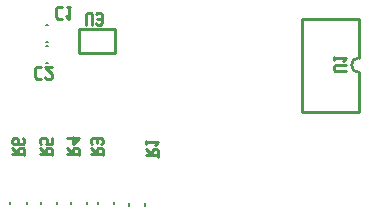
<source format=gbr>
G04 start of page 8 for group -4078 idx -4078 *
G04 Title: (unknown), bottomsilk *
G04 Creator: pcb 20091103 *
G04 CreationDate: Sun 20 Mar 2011 01:49:22 AM GMT UTC *
G04 For: gjhurlbu *
G04 Format: Gerber/RS-274X *
G04 PCB-Dimensions: 600000 500000 *
G04 PCB-Coordinate-Origin: lower left *
%MOIN*%
%FSLAX25Y25*%
%LNBACKSILK*%
%ADD11C,0.0100*%
%ADD30C,0.0080*%
G54D11*X62600Y374400D02*Y366400D01*
X74500D01*
Y374400D02*Y366400D01*
X62600Y374400D02*X74500D01*
G54D30*X51607Y375755D02*X52393D01*
X51607Y370245D02*X52393D01*
X51607Y368755D02*X52393D01*
X51607Y363245D02*X52393D01*
X84755Y316393D02*Y315607D01*
X79245Y316393D02*Y315607D01*
X39638Y316850D02*Y316064D01*
X45148Y316850D02*Y316064D01*
X59852Y316850D02*Y316064D01*
X65362Y316850D02*Y316064D01*
X49852Y316850D02*Y316064D01*
X55362Y316850D02*Y316064D01*
X68852D02*Y316850D01*
X74362Y316064D02*Y316850D01*
G54D11*X156000Y378000D02*Y365000D01*
Y360000D02*Y347000D01*
X137000Y378000D02*X156000D01*
X137000D02*Y347000D01*
X156000D01*
Y365000D02*G75*G03X156000Y360000I0J-2500D01*G01*
X65000Y376000D02*Y379500D01*
X65500Y380000D01*
X66500D01*
X67000Y379500D01*
Y376000D02*Y379500D01*
X68201Y376500D02*X68701Y376000D01*
X69701D01*
X70201Y376500D01*
Y379500D01*
X69701Y380000D02*X70201Y379500D01*
X68701Y380000D02*X69701D01*
X68201Y379500D02*X68701Y380000D01*
Y378000D02*X70201D01*
X55500Y382000D02*X57000D01*
X55000Y381500D02*X55500Y382000D01*
X55000Y378500D02*Y381500D01*
Y378500D02*X55500Y378000D01*
X57000D01*
X58701Y382000D02*X59701D01*
X59201Y378000D02*Y382000D01*
X58201Y379000D02*X59201Y378000D01*
X44393Y332457D02*Y334457D01*
X43893Y334957D01*
X42893D02*X43893D01*
X42393Y334457D02*X42893Y334957D01*
X42393Y332957D02*Y334457D01*
X40393Y332957D02*X44393D01*
X42393D02*X40393Y334957D01*
X44393Y337658D02*X43893Y338158D01*
X44393Y336658D02*Y337658D01*
X43893Y336158D02*X44393Y336658D01*
X40893Y336158D02*X43893D01*
X40893D02*X40393Y336658D01*
X42393Y337658D02*X41893Y338158D01*
X42393Y336158D02*Y337658D01*
X40393Y336658D02*Y337658D01*
X40893Y338158D01*
X41893D01*
X89000Y332000D02*Y334000D01*
X88500Y334500D01*
X87500D02*X88500D01*
X87000Y334000D02*X87500Y334500D01*
X87000Y332500D02*Y334000D01*
X85000Y332500D02*X89000D01*
X87000D02*X85000Y334500D01*
Y336201D02*Y337201D01*
Y336701D02*X89000D01*
X88000Y335701D02*X89000Y336701D01*
X48500Y362000D02*X50000D01*
X48000Y361500D02*X48500Y362000D01*
X48000Y358500D02*Y361500D01*
Y358500D02*X48500Y358000D01*
X50000D01*
X51201Y358500D02*X51701Y358000D01*
X53201D01*
X53701Y358500D01*
Y359500D01*
X51201Y362000D02*X53701Y359500D01*
X51201Y362000D02*X53701D01*
X53607Y332457D02*Y334457D01*
X53107Y334957D01*
X52107D02*X53107D01*
X51607Y334457D02*X52107Y334957D01*
X51607Y332957D02*Y334457D01*
X49607Y332957D02*X53607D01*
X51607D02*X49607Y334957D01*
X53607Y336158D02*Y338158D01*
X51607Y336158D02*X53607D01*
X51607D02*X52107Y336658D01*
Y337658D01*
X51607Y338158D01*
X50107D02*X51607D01*
X49607Y337658D02*X50107Y338158D01*
X49607Y336658D02*Y337658D01*
X50107Y336158D02*X49607Y336658D01*
X62607Y332457D02*Y334457D01*
X62107Y334957D01*
X61107D02*X62107D01*
X60607Y334457D02*X61107Y334957D01*
X60607Y332957D02*Y334457D01*
X58607Y332957D02*X62607D01*
X60607D02*X58607Y334957D01*
X60607Y336158D02*X62607Y338158D01*
X60607Y336158D02*Y338658D01*
X58607Y338158D02*X62607D01*
X70607Y332457D02*Y334457D01*
X70107Y334957D01*
X69107D02*X70107D01*
X68607Y334457D02*X69107Y334957D01*
X68607Y332957D02*Y334457D01*
X66607Y332957D02*X70607D01*
X68607D02*X66607Y334957D01*
X70107Y336158D02*X70607Y336658D01*
Y337658D01*
X70107Y338158D01*
X67107D02*X70107D01*
X66607Y337658D02*X67107Y338158D01*
X66607Y336658D02*Y337658D01*
X67107Y336158D02*X66607Y336658D01*
X68607D02*Y338158D01*
X148000Y360500D02*X151500D01*
X148000D02*X147500Y361000D01*
Y362000D01*
X148000Y362500D01*
X151500D01*
X147500Y364201D02*Y365201D01*
Y364701D02*X151500D01*
X150500Y363701D02*X151500Y364701D01*
M02*

</source>
